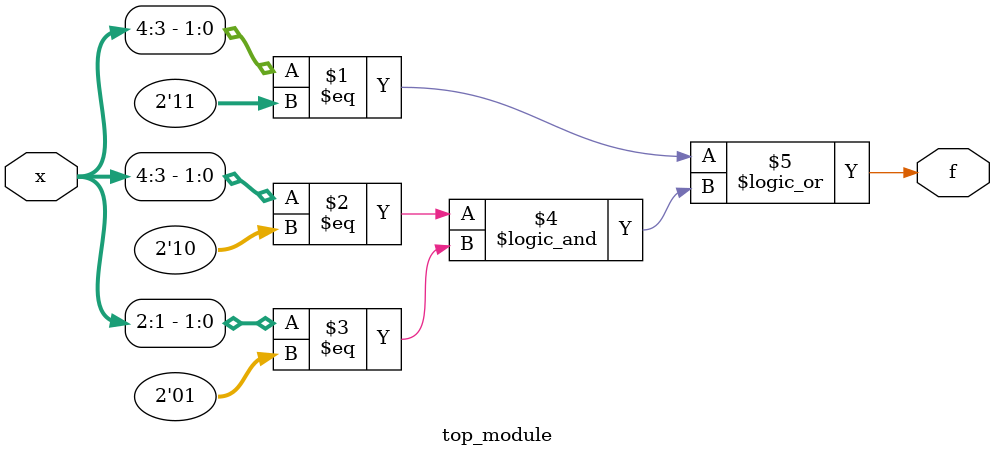
<source format=sv>
module top_module (
    input [4:1] x,
    output logic f
);

assign f = (x[4:3] == 2'b11) || (x[4:3] == 2'b10 && x[2:1] == 2'b01);

endmodule

</source>
